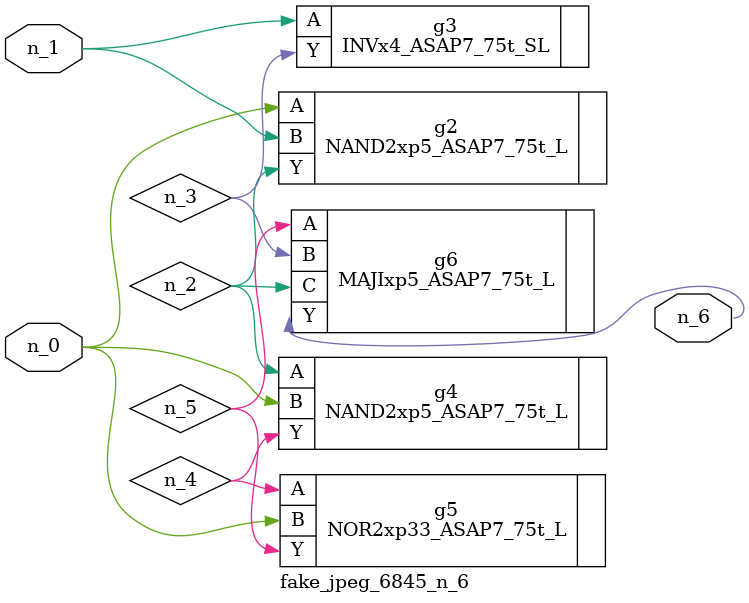
<source format=v>
module fake_jpeg_6845_n_6 (n_0, n_1, n_6);

input n_0;
input n_1;

output n_6;

wire n_2;
wire n_3;
wire n_4;
wire n_5;

NAND2xp5_ASAP7_75t_L g2 ( 
.A(n_0),
.B(n_1),
.Y(n_2)
);

INVx4_ASAP7_75t_SL g3 ( 
.A(n_1),
.Y(n_3)
);

NAND2xp5_ASAP7_75t_L g4 ( 
.A(n_2),
.B(n_0),
.Y(n_4)
);

NOR2xp33_ASAP7_75t_L g5 ( 
.A(n_4),
.B(n_0),
.Y(n_5)
);

MAJIxp5_ASAP7_75t_L g6 ( 
.A(n_5),
.B(n_3),
.C(n_2),
.Y(n_6)
);


endmodule
</source>
